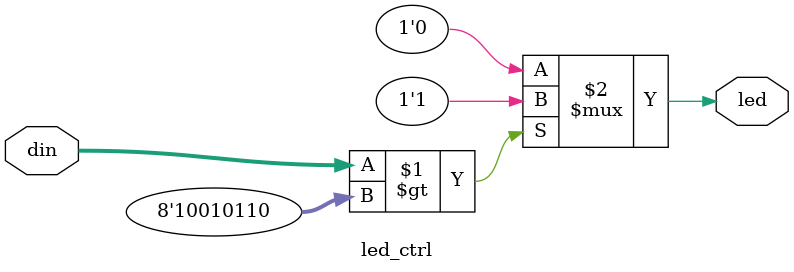
<source format=v>
module led_ctrl(din,led);
input [7:0] din;
output led;
assign led = (din > 8'b10010110) ? 1'b1 : 1'b0;
endmodule
</source>
